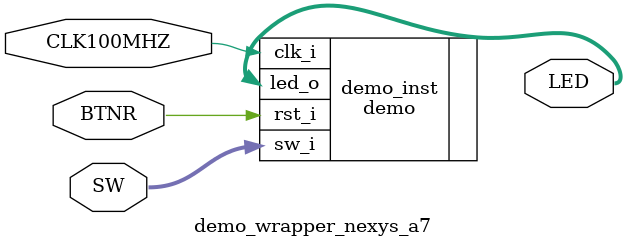
<source format=sv>
module demo_wrapper_nexys_a7 (
  input  logic        CLK100MHZ,
  input  logic        BTNR,
  input  logic [15:0] SW,
  output logic [15:0] LED
);


  demo demo_inst (
    .clk_i (CLK100MHZ),
    .rst_i (BTNR),
    .sw_i  (SW),
    .led_o (LED)
  );

endmodule

</source>
